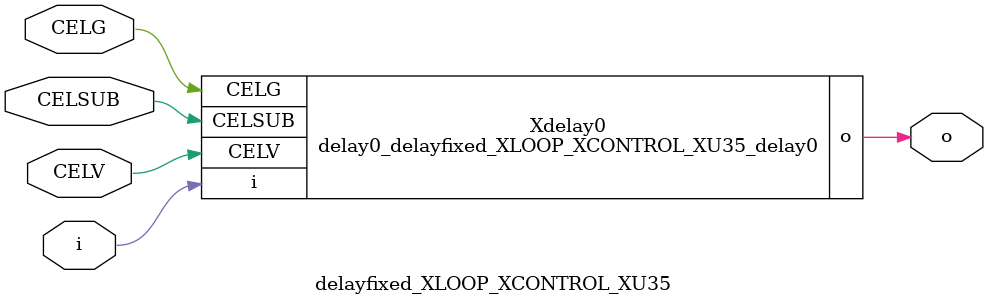
<source format=v>

module delay0_delayfixed_XLOOP_XCONTROL_XU35_delay0 (i, CELV, o,
CELG,CELSUB);
input CELV;
input i;
output o;
input CELSUB;
input CELG;
endmodule


//Celera Confidential Do Not Copy delayfixed_XLOOP_XCONTROL_XU35
//Celera Confidential Symbol Generator
//TYPE:fixed Egde:rise
module delayfixed_XLOOP_XCONTROL_XU35 (CELV,i,o,
CELG,CELSUB);
input CELV;
input i;
output o;
input CELG;
input CELSUB;

//Celera Confidential Do Not Copy delay0_delayfixed_XLOOP_XCONTROL_XU35_delay0
delay0_delayfixed_XLOOP_XCONTROL_XU35_delay0 Xdelay0(
.CELV (CELV),
.i (i),
.o (o),
.CELG (CELG),
.CELSUB (CELSUB)
);
//,diesize,delay0_delayfixed_XLOOP_XCONTROL_XU35_delay0
//Celera Confidential Do Not Copy Module End
//Celera Schematic Generator
endmodule

</source>
